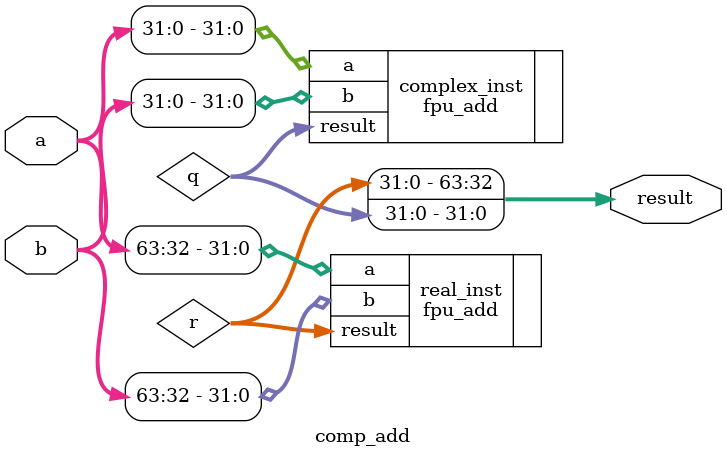
<source format=v>
module comp_add #(parameter
  double = 0
)(
  a,
  b,
  result
);
  localparam  size = (double == 0 ? 32 : 64);

  input [(2*size - 1): 0] a;
  input [(2*size - 1): 0] b;
  output [(2*size -1): 0] result;

  wire [size-1:0] r;
  wire [size-1:0] q;

  fpu_add #(.double(double)) real_inst (
        .a(a[2*size-1:size]),
        .b(b[2*size-1:size]),
        .result(r)
      );

  fpu_add #(.double(double)) complex_inst (
        .a(a[size-1:0]),
        .b(b[size-1:0]),
        .result(q)
      );

  assign result = {r,q};

endmodule

</source>
